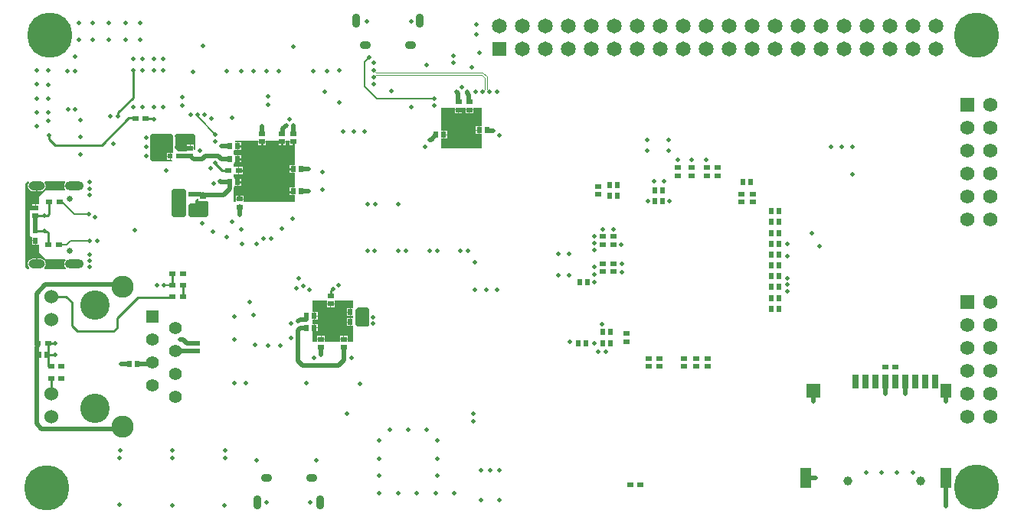
<source format=gbl>
G04*
G04 #@! TF.GenerationSoftware,Altium Limited,Altium Designer,22.9.1 (49)*
G04*
G04 Layer_Physical_Order=6*
G04 Layer_Color=16711680*
%FSLAX25Y25*%
%MOIN*%
G70*
G04*
G04 #@! TF.SameCoordinates,09DA8A7C-0E06-47C8-8122-5E973528E8BD*
G04*
G04*
G04 #@! TF.FilePolarity,Positive*
G04*
G01*
G75*
%ADD17C,0.01000*%
%ADD20R,0.02362X0.02520*%
%ADD21R,0.02520X0.02362*%
%ADD22R,0.02953X0.02362*%
%ADD27R,0.02362X0.02953*%
%ADD29R,0.02423X0.02254*%
%ADD131C,0.02559*%
%ADD135C,0.00600*%
%ADD136C,0.02000*%
%ADD141C,0.06201*%
%ADD142R,0.06201X0.06201*%
%ADD143C,0.03937*%
%ADD144C,0.19685*%
%ADD145O,0.08268X0.03937*%
%ADD146O,0.07087X0.03937*%
%ADD147O,0.04921X0.03347*%
%ADD148O,0.03543X0.06102*%
%ADD149C,0.06496*%
%ADD150R,0.06496X0.06496*%
%ADD151C,0.05504*%
%ADD152C,0.12795*%
%ADD153C,0.09626*%
%ADD154C,0.06024*%
%ADD155R,0.05504X0.05504*%
%ADD156C,0.01968*%
%ADD157R,0.04724X0.05906*%
%ADD158R,0.06299X0.05906*%
%ADD159R,0.04724X0.08661*%
%ADD160R,0.02756X0.06299*%
%ADD161C,0.01968*%
%ADD162C,0.00445*%
G36*
X199809Y215657D02*
X198795D01*
Y214047D01*
Y212437D01*
X199809D01*
Y206174D01*
X182092D01*
Y210470D01*
X183019D01*
Y212080D01*
Y213689D01*
X182092D01*
Y223890D01*
X187963D01*
Y223121D01*
X191182D01*
Y223890D01*
X192687D01*
Y223121D01*
X195907D01*
Y223890D01*
X199809D01*
Y215657D01*
D02*
G37*
G36*
X116147Y209269D02*
X117757D01*
Y209094D01*
X117932D01*
Y207562D01*
X118504D01*
Y198704D01*
X117787D01*
Y197094D01*
Y195484D01*
X118504D01*
Y189011D01*
X117731D01*
Y187401D01*
Y185792D01*
X118504D01*
Y182677D01*
X95878D01*
Y183887D01*
X94268D01*
X92658D01*
Y182677D01*
X91732D01*
Y188129D01*
X91822Y188583D01*
X91822Y188583D01*
Y189291D01*
X91969D01*
Y189729D01*
X93290D01*
Y191339D01*
Y192948D01*
X91969D01*
Y193386D01*
X91732D01*
Y194774D01*
X92170Y194926D01*
X92232Y194926D01*
X93821D01*
Y196457D01*
Y197988D01*
X92232D01*
X92170Y197988D01*
X91732Y198139D01*
Y199528D01*
X91969D01*
Y199965D01*
X93290D01*
Y201575D01*
Y203185D01*
X91969D01*
Y203622D01*
X91732D01*
Y205039D01*
X91965D01*
Y205477D01*
X93286D01*
Y207087D01*
Y208697D01*
X92319D01*
X92239Y208776D01*
X92241Y209255D01*
X92426Y209449D01*
X102368D01*
Y209269D01*
X105588D01*
Y209449D01*
X111226D01*
Y209269D01*
X114445D01*
Y209449D01*
X116147D01*
Y209269D01*
D02*
G37*
G36*
X75193Y211811D02*
Y205584D01*
X74922Y205368D01*
X74441Y205580D01*
Y206046D01*
X72831D01*
X71221D01*
Y204724D01*
X67713D01*
X66138Y206299D01*
Y207008D01*
X66220D01*
Y211102D01*
X66138D01*
Y211811D01*
X66926Y212598D01*
X74406Y212598D01*
X75193Y211811D01*
D02*
G37*
G36*
X65339Y211827D02*
X65336Y211811D01*
Y211102D01*
X65351Y211025D01*
Y207085D01*
X65336Y207008D01*
Y206299D01*
X65351Y206222D01*
Y204233D01*
X64345D01*
Y202756D01*
Y201279D01*
X64745D01*
X64952Y200779D01*
X64567Y200394D01*
X56296D01*
X55508Y201181D01*
X55508Y211811D01*
X56296Y212598D01*
X64567D01*
X65339Y211827D01*
D02*
G37*
G36*
X18519Y191232D02*
X18147Y190674D01*
X18001Y189945D01*
X22496D01*
Y189595D01*
X18001D01*
X18147Y188865D01*
X18527Y188295D01*
X18281Y187795D01*
X9843Y187795D01*
X7087Y185039D01*
Y181767D01*
X5687D01*
Y180236D01*
X5512D01*
Y180061D01*
X3902D01*
Y179134D01*
X3150D01*
Y167717D01*
X3543Y167323D01*
X3981D01*
Y166022D01*
X5512D01*
Y165847D01*
X5687D01*
Y164020D01*
X7043D01*
X7087Y163538D01*
Y160630D01*
X9843Y157874D01*
X18499D01*
X18625Y157374D01*
X18147Y156659D01*
X18001Y155929D01*
X22496D01*
Y155579D01*
X18001D01*
X18147Y154849D01*
X18659Y154083D01*
X18718Y154043D01*
X18566Y153543D01*
X9379D01*
X9227Y154043D01*
X9286Y154083D01*
X9798Y154849D01*
X9943Y155579D01*
X2135D01*
X2280Y154849D01*
X2793Y154083D01*
X2851Y154043D01*
X2700Y153543D01*
X1969D01*
X1181Y154331D01*
Y190945D01*
X1936Y191700D01*
X2437Y191655D01*
X2653Y191232D01*
X2280Y190674D01*
X2135Y189945D01*
X9943D01*
X9798Y190674D01*
X9425Y191232D01*
X9682Y191732D01*
X18263D01*
X18519Y191232D01*
D02*
G37*
G36*
X76326Y184047D02*
Y183144D01*
X80420D01*
X80567Y182705D01*
Y177001D01*
X79780Y176214D01*
X72693D01*
X71906Y177001D01*
Y181332D01*
X72693Y182119D01*
X75055D01*
Y183300D01*
X75826Y184071D01*
X76326Y184047D01*
D02*
G37*
G36*
X71088Y187661D02*
Y184142D01*
X71118D01*
Y181409D01*
X71103Y181332D01*
Y177001D01*
X71103Y177001D01*
X71105Y176988D01*
X70331Y176214D01*
X65607Y176214D01*
X64819Y177001D01*
Y187631D01*
X65607Y188418D01*
X70331D01*
X71088Y187661D01*
D02*
G37*
G36*
X143583Y136381D02*
X142656D01*
Y134771D01*
Y133162D01*
X143583D01*
Y132051D01*
X142656D01*
Y130441D01*
Y128831D01*
X143583D01*
Y121779D01*
X141256D01*
Y122707D01*
X139646D01*
X138036D01*
Y121779D01*
X131413D01*
Y122707D01*
X129804D01*
X128194D01*
Y121779D01*
X125867D01*
Y126343D01*
X126597D01*
Y127953D01*
Y129563D01*
X125867D01*
Y131461D01*
X126597D01*
Y133071D01*
Y134681D01*
X125867D01*
Y139890D01*
X132325D01*
Y138623D01*
X135544D01*
Y139890D01*
X143583D01*
Y136381D01*
D02*
G37*
G36*
X150670Y135952D02*
Y132849D01*
X150619Y132726D01*
Y132021D01*
X150670Y131897D01*
Y130256D01*
X150575Y130028D01*
Y129323D01*
X150622Y129212D01*
X149882Y128472D01*
X145552D01*
X144764Y129260D01*
Y135952D01*
X145552Y136740D01*
X149882D01*
X150670Y135952D01*
D02*
G37*
%LPC*%
G36*
X195907Y222771D02*
X194472D01*
Y221415D01*
X195907D01*
Y222771D01*
D02*
G37*
G36*
X194122D02*
X192687D01*
Y221415D01*
X194122D01*
Y222771D01*
D02*
G37*
G36*
X191182D02*
X189747D01*
Y221415D01*
X191182D01*
Y222771D01*
D02*
G37*
G36*
X189397D02*
X187963D01*
Y221415D01*
X189397D01*
Y222771D01*
D02*
G37*
G36*
X198445Y215657D02*
X197089D01*
Y214222D01*
X198445D01*
Y215657D01*
D02*
G37*
G36*
Y213872D02*
X197089D01*
Y212437D01*
X198445D01*
Y213872D01*
D02*
G37*
G36*
X184725Y213689D02*
X183370D01*
Y212255D01*
X184725D01*
Y213689D01*
D02*
G37*
G36*
Y211905D02*
X183370D01*
Y210470D01*
X184725D01*
Y211905D01*
D02*
G37*
G36*
X117582Y208919D02*
X116147D01*
Y207562D01*
X117582D01*
Y208919D01*
D02*
G37*
G36*
X114445D02*
X113011D01*
Y207562D01*
X114445D01*
Y208919D01*
D02*
G37*
G36*
X112661D02*
X111226D01*
Y207562D01*
X112661D01*
Y208919D01*
D02*
G37*
G36*
X105588D02*
X104153D01*
Y207562D01*
X105588D01*
Y208919D01*
D02*
G37*
G36*
X103803D02*
X102368D01*
Y207562D01*
X103803D01*
Y208919D01*
D02*
G37*
G36*
X94992Y208697D02*
X93636D01*
Y207262D01*
X94992D01*
Y208697D01*
D02*
G37*
G36*
Y206912D02*
X93636D01*
Y205477D01*
X94992D01*
Y206912D01*
D02*
G37*
G36*
X94996Y203185D02*
X93639D01*
Y201750D01*
X94996D01*
Y203185D01*
D02*
G37*
G36*
Y201400D02*
X93639D01*
Y199965D01*
X94996D01*
Y201400D01*
D02*
G37*
G36*
X117437Y198704D02*
X116081D01*
Y197269D01*
X117437D01*
Y198704D01*
D02*
G37*
G36*
X94171Y197988D02*
Y196632D01*
X95822D01*
Y197988D01*
X94171D01*
D02*
G37*
G36*
X117437Y196919D02*
X116081D01*
Y195484D01*
X117437D01*
Y196919D01*
D02*
G37*
G36*
X95822Y196282D02*
X94171D01*
Y194926D01*
X95822D01*
Y196282D01*
D02*
G37*
G36*
X94996Y192948D02*
X93640D01*
Y191514D01*
X94996D01*
Y192948D01*
D02*
G37*
G36*
Y191164D02*
X93640D01*
Y189729D01*
X94996D01*
Y191164D01*
D02*
G37*
G36*
X117381Y189011D02*
X116024D01*
Y187576D01*
X117381D01*
Y189011D01*
D02*
G37*
G36*
Y187226D02*
X116024D01*
Y185792D01*
X117381D01*
Y187226D01*
D02*
G37*
G36*
X95878Y185593D02*
X94443D01*
Y184237D01*
X95878D01*
Y185593D01*
D02*
G37*
G36*
X94093D02*
X92658D01*
Y184237D01*
X94093D01*
Y185593D01*
D02*
G37*
G36*
X74441Y207752D02*
X73006D01*
Y206396D01*
X74441D01*
Y207752D01*
D02*
G37*
G36*
X72656D02*
X71221D01*
Y206396D01*
X72656D01*
Y207752D01*
D02*
G37*
G36*
X63995Y204233D02*
X62608D01*
Y202931D01*
X63995D01*
Y204233D01*
D02*
G37*
G36*
Y202581D02*
X62608D01*
Y201279D01*
X63995D01*
Y202581D01*
D02*
G37*
G36*
X9943Y189595D02*
X6214D01*
Y187406D01*
X7614D01*
X8519Y187586D01*
X9286Y188098D01*
X9798Y188865D01*
X9943Y189595D01*
D02*
G37*
G36*
X5864D02*
X2135D01*
X2280Y188865D01*
X2793Y188098D01*
X3560Y187586D01*
X4464Y187406D01*
X5864D01*
Y189595D01*
D02*
G37*
G36*
X5337Y181767D02*
X3902D01*
Y180411D01*
X5337D01*
Y181767D01*
D02*
G37*
G36*
X5337Y165672D02*
X3981D01*
Y164020D01*
X5337D01*
Y165672D01*
D02*
G37*
G36*
X7614Y158118D02*
X6214D01*
Y155929D01*
X9943D01*
X9798Y156659D01*
X9286Y157425D01*
X8519Y157938D01*
X7614Y158118D01*
D02*
G37*
G36*
X5864D02*
X4464D01*
X3560Y157938D01*
X2793Y157425D01*
X2280Y156659D01*
X2135Y155929D01*
X5864D01*
Y158118D01*
D02*
G37*
G36*
X135544Y138274D02*
X134109D01*
Y136917D01*
X135544D01*
Y138274D01*
D02*
G37*
G36*
X133759D02*
X132325D01*
Y136917D01*
X133759D01*
Y138274D01*
D02*
G37*
G36*
X142306Y136381D02*
X140950D01*
Y134946D01*
X142306D01*
Y136381D01*
D02*
G37*
G36*
X128303Y134681D02*
X126947D01*
Y133246D01*
X128303D01*
Y134681D01*
D02*
G37*
G36*
X142306Y134596D02*
X140950D01*
Y133162D01*
X142306D01*
Y134596D01*
D02*
G37*
G36*
X128303Y132896D02*
X126947D01*
Y131461D01*
X128303D01*
Y132896D01*
D02*
G37*
G36*
X142306Y132051D02*
X140950D01*
Y130616D01*
X142306D01*
Y132051D01*
D02*
G37*
G36*
Y130266D02*
X140950D01*
Y128831D01*
X142306D01*
Y130266D01*
D02*
G37*
G36*
X128303Y129563D02*
X126947D01*
Y128128D01*
X128303D01*
Y129563D01*
D02*
G37*
G36*
Y127778D02*
X126947D01*
Y126343D01*
X128303D01*
Y127778D01*
D02*
G37*
G36*
X141256Y124413D02*
X139821D01*
Y123057D01*
X141256D01*
Y124413D01*
D02*
G37*
G36*
X131413D02*
X129979D01*
Y123057D01*
X131413D01*
Y124413D01*
D02*
G37*
G36*
X129629D02*
X128194D01*
Y123057D01*
X129629D01*
Y124413D01*
D02*
G37*
G36*
X139471D02*
X138036D01*
Y123057D01*
X139471D01*
Y124413D01*
D02*
G37*
%LPD*%
D17*
X47942Y228257D02*
Y240140D01*
X41339Y220079D02*
Y221654D01*
X47942Y228257D01*
X56431Y219291D02*
X56824Y218898D01*
X53937Y219291D02*
X56431D01*
X56824Y218898D02*
X57087D01*
X94181Y184149D02*
Y186921D01*
Y184149D02*
X94268Y184062D01*
X94095Y187008D02*
X94181Y186921D01*
X96457Y191339D02*
X96457Y191339D01*
X94248Y191339D02*
X96457D01*
X114170Y187402D02*
X114318Y187254D01*
X117625D01*
X112595Y205906D02*
X112715Y206026D01*
X117757Y206737D02*
Y209094D01*
X112715Y206026D02*
Y208973D01*
X103956Y205928D02*
Y209071D01*
X117073Y206053D02*
X117757Y206737D01*
X115892Y206053D02*
X117073D01*
X115745Y205906D02*
X115892Y206053D01*
X103934Y205906D02*
X103956Y205928D01*
X93550Y207234D02*
X93697Y207087D01*
X96457D01*
X103956Y209071D02*
X103978Y209094D01*
X112715Y208973D02*
X112836Y209094D01*
X114567Y197244D02*
X114642Y197169D01*
X117537D01*
X117612Y197094D01*
X93304Y196457D02*
X93996D01*
X93461Y201575D02*
X93464D01*
X93996Y196457D02*
X96358D01*
X93464Y201575D02*
X96457D01*
X83667Y199510D02*
Y199772D01*
Y199510D02*
X86720Y196457D01*
X88681D01*
X48767Y219343D02*
X49213Y218898D01*
X46115Y219343D02*
X48767D01*
X34252Y207480D02*
X46115Y219343D01*
X14173Y207480D02*
X34252D01*
X49941Y141280D02*
X65296D01*
X65354Y141339D01*
X40945Y127953D02*
Y132283D01*
X49941Y141280D01*
X64961Y151575D02*
X65059Y151476D01*
Y146457D02*
Y151476D01*
X11417Y210236D02*
X14173Y207480D01*
X69587Y146358D02*
X69685Y146457D01*
X69587Y141339D02*
Y146358D01*
X11024Y111024D02*
Y115512D01*
X10394Y116142D02*
X11056Y116804D01*
Y120997D01*
X10394Y116142D02*
X11024Y115512D01*
X11417Y210236D02*
Y211417D01*
X118527Y145276D02*
X118898D01*
X12205Y141378D02*
X18858D01*
X21260Y128740D02*
Y138976D01*
X18858Y141378D02*
X21260Y138976D01*
Y128740D02*
X23622Y126378D01*
X39370D01*
X40945Y127953D01*
X134194Y142094D02*
Y144037D01*
X135039Y144882D01*
X10630Y116142D02*
X14173D01*
X11186Y121260D02*
X14173D01*
X12205Y99213D02*
Y105217D01*
X11417Y177559D02*
Y182677D01*
X10796Y176938D02*
X11417Y177559D01*
X9449Y176772D02*
X9615Y176938D01*
X10796D01*
X5906Y177138D02*
Y177165D01*
X6272Y176772D02*
X9449D01*
X5906Y177138D02*
X6272Y176772D01*
X11024Y164567D02*
Y169308D01*
X9634Y169893D02*
X10438D01*
X11024Y169308D01*
X9449Y170079D02*
X9634Y169893D01*
X5659Y170226D02*
X9301D01*
X5512Y170374D02*
X5659Y170226D01*
X9301D02*
X9449Y170079D01*
D20*
X278504Y187795D02*
D03*
X275039D02*
D03*
Y183071D02*
D03*
X278504D02*
D03*
X329134Y164567D02*
D03*
X325669D02*
D03*
X329134Y155118D02*
D03*
X325669D02*
D03*
X329134Y136221D02*
D03*
X325669D02*
D03*
X329134Y178740D02*
D03*
X325669D02*
D03*
X313386Y191339D02*
D03*
X316850D02*
D03*
X242205Y147638D02*
D03*
X245669D02*
D03*
X258819Y190157D02*
D03*
X255354D02*
D03*
X258819Y185433D02*
D03*
X255354D02*
D03*
X325669Y150394D02*
D03*
X329134D02*
D03*
X325669Y145669D02*
D03*
X329134D02*
D03*
X252205Y125984D02*
D03*
X255669D02*
D03*
X252205Y121260D02*
D03*
X255669D02*
D03*
X245197D02*
D03*
X241732D02*
D03*
X325669Y174016D02*
D03*
X329134D02*
D03*
X325669Y169291D02*
D03*
X329134D02*
D03*
X325669Y140945D02*
D03*
X329134D02*
D03*
X325669Y159843D02*
D03*
X329134D02*
D03*
X117556Y187402D02*
D03*
X121020D02*
D03*
X90000Y201575D02*
D03*
X93464D02*
D03*
X89997Y207087D02*
D03*
X93461D02*
D03*
X90000Y191339D02*
D03*
X93464D02*
D03*
X117612Y197094D02*
D03*
X121077D02*
D03*
X64252Y209055D02*
D03*
X67716D02*
D03*
X73244Y178969D02*
D03*
X69780D02*
D03*
X179730Y212080D02*
D03*
X183194D02*
D03*
X198620Y214047D02*
D03*
X202085D02*
D03*
X145945Y130441D02*
D03*
X142481D02*
D03*
X145945Y134771D02*
D03*
X142481D02*
D03*
X123307Y133071D02*
D03*
X126772D02*
D03*
Y127953D02*
D03*
X123307D02*
D03*
X10394Y116142D02*
D03*
X6929D02*
D03*
X46236Y112155D02*
D03*
X49701D02*
D03*
D21*
X285039Y197638D02*
D03*
Y194173D02*
D03*
X302362Y197638D02*
D03*
Y194173D02*
D03*
X252362Y164173D02*
D03*
Y167638D02*
D03*
X257087Y152362D02*
D03*
Y155827D02*
D03*
X312598Y182756D02*
D03*
Y186221D02*
D03*
X317717Y182756D02*
D03*
Y186221D02*
D03*
X257087Y167638D02*
D03*
Y164173D02*
D03*
X252362Y155827D02*
D03*
Y152362D02*
D03*
X250394Y186063D02*
D03*
Y189528D02*
D03*
X287795Y114488D02*
D03*
Y111024D02*
D03*
X298031Y114488D02*
D03*
Y111024D02*
D03*
X292913Y114488D02*
D03*
Y111024D02*
D03*
X262598Y125354D02*
D03*
Y121890D02*
D03*
X272441Y114488D02*
D03*
Y111024D02*
D03*
X290945Y194173D02*
D03*
Y197638D02*
D03*
X277165Y114488D02*
D03*
Y111024D02*
D03*
X297638Y194173D02*
D03*
Y197638D02*
D03*
X94268Y184062D02*
D03*
Y180598D02*
D03*
X103978Y209094D02*
D03*
Y212558D02*
D03*
X112836Y209094D02*
D03*
Y212558D02*
D03*
X117757Y209094D02*
D03*
Y212558D02*
D03*
X72831Y202756D02*
D03*
Y206221D02*
D03*
X78373Y185112D02*
D03*
Y181648D02*
D03*
X75590Y117795D02*
D03*
Y121260D02*
D03*
X189572Y226410D02*
D03*
Y222946D02*
D03*
X194297D02*
D03*
Y226410D02*
D03*
X5512Y180236D02*
D03*
Y176772D02*
D03*
X139646Y119417D02*
D03*
Y122882D02*
D03*
X133934Y141913D02*
D03*
Y138449D02*
D03*
X129804Y119417D02*
D03*
Y122882D02*
D03*
D22*
X379823Y110630D02*
D03*
X375295D02*
D03*
X264272Y59449D02*
D03*
X268799D02*
D03*
X89468Y196457D02*
D03*
X93996D02*
D03*
X53445Y219291D02*
D03*
X48917D02*
D03*
X69587Y151575D02*
D03*
X65059D02*
D03*
X69587Y146457D02*
D03*
X65059D02*
D03*
X16831Y111024D02*
D03*
X12303D02*
D03*
X69587Y141339D02*
D03*
X65059D02*
D03*
X15945Y182677D02*
D03*
X11417D02*
D03*
X15650Y164173D02*
D03*
X11122D02*
D03*
X12303Y105905D02*
D03*
X16831D02*
D03*
X10925Y121260D02*
D03*
X6398D02*
D03*
D27*
X5512Y170374D02*
D03*
Y165847D02*
D03*
D29*
X67544Y202756D02*
D03*
X64170D02*
D03*
X73087Y186056D02*
D03*
X69712D02*
D03*
D131*
X20527Y161384D02*
D03*
Y184140D02*
D03*
D135*
X76640Y219423D02*
Y219423D01*
Y219423D02*
X83858Y212205D01*
X75984Y220866D02*
X76246Y220604D01*
Y219817D02*
Y220604D01*
Y219817D02*
X76640Y219423D01*
X148819Y243701D02*
X150787Y245669D01*
X148819Y233071D02*
Y243701D01*
Y233071D02*
X153937Y227953D01*
X179134D01*
X61417Y146457D02*
X65059D01*
X11516Y105905D02*
X12205Y105217D01*
X19128Y164173D02*
X20703Y165748D01*
X16142Y164173D02*
X19128D01*
X20703Y165748D02*
X29134D01*
X22280Y177559D02*
X28740D01*
X17162Y182677D02*
X22280Y177559D01*
D136*
X401575Y50000D02*
X401665Y50090D01*
Y62602D01*
X340641D02*
X344879D01*
X344882Y62598D01*
X177572Y209842D02*
X179730Y212001D01*
X177165Y209842D02*
X177572D01*
X344094Y95669D02*
Y100307D01*
X344184Y100397D01*
X401575Y95669D02*
Y100307D01*
X401665Y100397D01*
X71331Y121260D02*
X75590D01*
X68504Y122835D02*
X69756D01*
X71331Y121260D01*
X121020Y187402D02*
X124292D01*
X124350Y187344D01*
X86216Y207253D02*
X86382Y207087D01*
X89815D01*
X89815Y207087D02*
X89997D01*
X89815Y207087D02*
X89815Y207087D01*
X72829Y202837D02*
X74225Y201441D01*
X67544Y202756D02*
X72812D01*
X113075Y214653D02*
X114564Y216142D01*
X112680Y212598D02*
X113075Y212994D01*
X117657Y216084D02*
X117757Y215983D01*
Y212558D02*
Y215983D01*
X113075Y212994D02*
Y214653D01*
X89819Y191339D02*
X89819Y191339D01*
X79461Y185827D02*
X87244D01*
X78205Y186056D02*
X78267Y186118D01*
X73087Y186056D02*
X77530D01*
X78454Y185875D02*
X79413D01*
X78373Y181648D02*
X78373Y181648D01*
X79413Y185875D02*
X79461Y185827D01*
X74225Y201441D02*
X77937D01*
X84903Y202756D02*
X86268Y201392D01*
X86314Y201438D02*
X86451Y201575D01*
X79252Y202756D02*
X84903D01*
X77937Y201441D02*
X79252Y202756D01*
X86451Y201575D02*
X90000D01*
X85812Y191735D02*
X86209Y191339D01*
X89819D01*
X87244Y185827D02*
X90000Y188583D01*
Y191339D01*
X375287Y99247D02*
Y104334D01*
X383948Y99292D02*
Y104334D01*
Y99292D02*
X383971Y99269D01*
X75585Y117801D02*
X75590Y117795D01*
X67126Y117801D02*
X75585D01*
X119685Y113386D02*
X121653Y111417D01*
X119685Y126772D02*
X120606Y127693D01*
X119685Y113386D02*
Y126772D01*
X120606Y127693D02*
X123228D01*
X123488Y127953D01*
X119685Y130709D02*
X120598Y131622D01*
X123504D01*
X121653Y111417D02*
X137402D01*
X139764Y113779D01*
Y119299D01*
X189313Y226591D02*
Y229979D01*
X188583Y230709D02*
X189313Y229979D01*
Y226591D02*
X189494Y226410D01*
X189572D01*
X193307Y230126D02*
Y230709D01*
Y230126D02*
X194037Y229396D01*
Y226591D02*
Y229396D01*
X146126Y134511D02*
Y134771D01*
X202266Y213787D02*
X204555D01*
X202085Y214047D02*
X202266Y213866D01*
Y213787D02*
Y213866D01*
X204555Y213787D02*
X204642Y213700D01*
X7979Y83902D02*
X42602D01*
X43504Y84803D01*
X42602Y146689D02*
X43504Y145787D01*
X9681Y146689D02*
X42602D01*
X5906Y142913D02*
X9681Y146689D01*
X5906Y85975D02*
X7979Y83902D01*
X5906Y85975D02*
Y119513D01*
X129804Y116268D02*
Y119417D01*
X5906Y122219D02*
Y142913D01*
X6315Y119923D02*
Y120866D01*
Y121809D01*
X5906Y119513D02*
X6315Y119923D01*
X5906Y122219D02*
X6315Y121809D01*
X194218Y226410D02*
X194297D01*
X194037Y226591D02*
X194218Y226410D01*
X145945Y130441D02*
Y130519D01*
X146126Y130701D01*
X49713Y112143D02*
X55830D01*
X49701Y112155D02*
X49713Y112143D01*
X42850Y112155D02*
X46236D01*
X55830Y112143D02*
X55843Y112155D01*
X66294Y117130D02*
X66419Y117005D01*
D141*
X420866Y175197D02*
D03*
X410866D02*
D03*
X420866Y185197D02*
D03*
X410866D02*
D03*
X420866Y195197D02*
D03*
X410866D02*
D03*
X420866Y205197D02*
D03*
X410866D02*
D03*
X420866Y215197D02*
D03*
X410866D02*
D03*
X420866Y225197D02*
D03*
Y88976D02*
D03*
X410866D02*
D03*
X420866Y98976D02*
D03*
X410866D02*
D03*
X420866Y108976D02*
D03*
X410866D02*
D03*
X420866Y118976D02*
D03*
X410866D02*
D03*
X420866Y128976D02*
D03*
X410866D02*
D03*
X420866Y138976D02*
D03*
D142*
X410866Y225197D02*
D03*
Y138976D02*
D03*
D143*
X359145Y61027D02*
D03*
X390641D02*
D03*
D144*
X415161Y58518D02*
D03*
X414961Y255512D02*
D03*
X11667Y255312D02*
D03*
X10486Y58068D02*
D03*
D145*
X22496Y189770D02*
D03*
Y155754D02*
D03*
D146*
X6039Y189770D02*
D03*
Y155754D02*
D03*
D147*
X105883Y62406D02*
D03*
X125568D02*
D03*
X168644Y250989D02*
D03*
X148959D02*
D03*
D148*
X101946Y51737D02*
D03*
X129466D02*
D03*
X172581Y261658D02*
D03*
X145061D02*
D03*
D149*
X397244Y259606D02*
D03*
Y249606D02*
D03*
X387244Y259606D02*
D03*
Y249606D02*
D03*
X377244Y259606D02*
D03*
Y249606D02*
D03*
X367244Y259606D02*
D03*
Y249606D02*
D03*
X357244Y259606D02*
D03*
Y249606D02*
D03*
X347244Y259606D02*
D03*
Y249606D02*
D03*
X337244Y259606D02*
D03*
Y249606D02*
D03*
X327244Y259606D02*
D03*
Y249606D02*
D03*
X317244Y259606D02*
D03*
Y249606D02*
D03*
X307244Y259606D02*
D03*
Y249606D02*
D03*
X297244Y259606D02*
D03*
Y249606D02*
D03*
X287244Y259606D02*
D03*
Y249606D02*
D03*
X277244Y259606D02*
D03*
Y249606D02*
D03*
X267244Y259606D02*
D03*
Y249606D02*
D03*
X257244Y259606D02*
D03*
Y249606D02*
D03*
X247244Y259606D02*
D03*
Y249606D02*
D03*
X237244Y259606D02*
D03*
Y249606D02*
D03*
X227244Y259606D02*
D03*
Y249606D02*
D03*
X217244Y259606D02*
D03*
Y249606D02*
D03*
X207244Y259606D02*
D03*
D150*
Y249606D02*
D03*
D151*
X66496Y117815D02*
D03*
Y97815D02*
D03*
X56496Y102815D02*
D03*
X66496Y107815D02*
D03*
X56496Y112815D02*
D03*
Y122815D02*
D03*
X66496Y127815D02*
D03*
D152*
X31496Y137795D02*
D03*
Y92795D02*
D03*
D153*
X43504Y84803D02*
D03*
Y145787D02*
D03*
D154*
X12205Y99213D02*
D03*
Y89213D02*
D03*
Y131378D02*
D03*
Y141378D02*
D03*
D155*
X56496Y132815D02*
D03*
D156*
X198786Y247723D02*
D03*
X251969Y129528D02*
D03*
X250394Y117323D02*
D03*
X248819Y121260D02*
D03*
X253543Y117323D02*
D03*
X252362Y170866D02*
D03*
X257087D02*
D03*
X260630Y155905D02*
D03*
X281102Y209842D02*
D03*
Y205118D02*
D03*
X271654Y209842D02*
D03*
Y205118D02*
D03*
X279134Y191732D02*
D03*
X274803D02*
D03*
X281496Y183071D02*
D03*
X272047D02*
D03*
X297244Y201181D02*
D03*
X260236Y164173D02*
D03*
X248819Y161811D02*
D03*
Y164961D02*
D03*
Y167717D02*
D03*
X260630Y151969D02*
D03*
X248819Y154331D02*
D03*
Y151181D02*
D03*
X233071Y150787D02*
D03*
X237795D02*
D03*
X238189Y121653D02*
D03*
X332677Y146850D02*
D03*
X332714Y149530D02*
D03*
X332677Y143701D02*
D03*
X332714Y158979D02*
D03*
Y164491D02*
D03*
X346850Y163386D02*
D03*
X343307Y169291D02*
D03*
X233071Y160236D02*
D03*
X206299Y144488D02*
D03*
X201575D02*
D03*
X196732Y156327D02*
D03*
X196850Y144488D02*
D03*
X248819Y147638D02*
D03*
X237795Y160236D02*
D03*
X290945Y201181D02*
D03*
X285039D02*
D03*
X401575Y50000D02*
D03*
X344882Y62598D02*
D03*
X380315Y64961D02*
D03*
X387402D02*
D03*
X373622D02*
D03*
X366929D02*
D03*
X139370Y213386D02*
D03*
X144095D02*
D03*
X148819D02*
D03*
X137795Y225984D02*
D03*
X168898Y224016D02*
D03*
X177165Y209842D02*
D03*
X361142Y194854D02*
D03*
X361024Y206693D02*
D03*
X356299D02*
D03*
X351575D02*
D03*
X344094Y95669D02*
D03*
X401575D02*
D03*
X68504Y122835D02*
D03*
X74017Y239432D02*
D03*
X78347Y250787D02*
D03*
X132285Y239826D02*
D03*
X111419D02*
D03*
X117717Y250394D02*
D03*
X126378Y239764D02*
D03*
X137795Y240158D02*
D03*
X105905Y239764D02*
D03*
X88583Y239764D02*
D03*
X94882Y239764D02*
D03*
X100394D02*
D03*
X57087Y218898D02*
D03*
X48031Y224016D02*
D03*
X95276Y164567D02*
D03*
X94260Y176980D02*
D03*
X112598Y171260D02*
D03*
X94882Y170866D02*
D03*
X104724Y166929D02*
D03*
X101585Y164566D02*
D03*
X90945Y174016D02*
D03*
X82677Y169685D02*
D03*
X88583Y167323D02*
D03*
X77953Y173622D02*
D03*
X107874Y166929D02*
D03*
X117323Y175591D02*
D03*
X53543Y210630D02*
D03*
X57087D02*
D03*
X53543Y202756D02*
D03*
X57087D02*
D03*
X53543Y206693D02*
D03*
X57087D02*
D03*
X96457Y191339D02*
D03*
X112595Y205906D02*
D03*
X94095Y187008D02*
D03*
X130315Y195669D02*
D03*
X103934Y185039D02*
D03*
X114567Y197244D02*
D03*
X105508Y196063D02*
D03*
X124405Y196985D02*
D03*
X96457Y207087D02*
D03*
X115745Y205906D02*
D03*
X114170Y187402D02*
D03*
X130355Y188172D02*
D03*
X103934Y205906D02*
D03*
X96457Y201575D02*
D03*
X124406Y187303D02*
D03*
X106771Y225197D02*
D03*
X131496Y230709D02*
D03*
X116134Y218839D02*
D03*
X117713Y216142D02*
D03*
X114564D02*
D03*
X106693Y228740D02*
D03*
X103999Y215821D02*
D03*
X75984Y220866D02*
D03*
X81890Y219291D02*
D03*
X69291Y228346D02*
D03*
Y224803D02*
D03*
X79134Y220866D02*
D03*
X73017Y220788D02*
D03*
X90932Y219301D02*
D03*
X86216Y207253D02*
D03*
X86268Y201392D02*
D03*
X72835Y210630D02*
D03*
X66394Y178969D02*
D03*
Y182513D02*
D03*
X78740Y178110D02*
D03*
X83858Y212205D02*
D03*
X83845Y209065D02*
D03*
X83667Y199772D02*
D03*
X85812Y191735D02*
D03*
X77123Y205081D02*
D03*
X62205Y196457D02*
D03*
X66394Y186056D02*
D03*
X81680Y197566D02*
D03*
X83006Y190652D02*
D03*
X375287Y99247D02*
D03*
X383971Y99269D02*
D03*
X116535Y129921D02*
D03*
X140945Y90551D02*
D03*
X116535Y123622D02*
D03*
X163287Y55905D02*
D03*
X167717Y83465D02*
D03*
X155118Y63386D02*
D03*
Y78740D02*
D03*
Y70866D02*
D03*
Y55905D02*
D03*
X159843Y83465D02*
D03*
X171457Y55905D02*
D03*
X207371Y52909D02*
D03*
Y65902D02*
D03*
X195954Y90311D02*
D03*
X180315Y70866D02*
D03*
Y78740D02*
D03*
X195954Y87161D02*
D03*
X175591Y83465D02*
D03*
X199497Y52909D02*
D03*
X179626Y55905D02*
D03*
X187795D02*
D03*
X180315Y63386D02*
D03*
X199462Y65806D02*
D03*
X203434Y65902D02*
D03*
X146850Y103543D02*
D03*
X134826Y130764D02*
D03*
X130495Y126433D02*
D03*
Y130764D02*
D03*
Y135094D02*
D03*
X134826Y126433D02*
D03*
Y135094D02*
D03*
X139156Y126433D02*
D03*
Y130764D02*
D03*
Y135094D02*
D03*
X25197Y211146D02*
D03*
X119685Y126772D02*
D03*
Y130709D02*
D03*
X126772Y114961D02*
D03*
X88189Y74410D02*
D03*
X92126Y132835D02*
D03*
X100394Y133465D02*
D03*
X188583Y230709D02*
D03*
X193307D02*
D03*
X196926Y230728D02*
D03*
X190945Y232677D02*
D03*
X200000Y230709D02*
D03*
X202969D02*
D03*
X206299D02*
D03*
X150787Y245669D02*
D03*
X122047Y146063D02*
D03*
X98721Y139170D02*
D03*
X39315Y208232D02*
D03*
X25197Y203543D02*
D03*
X38109Y220079D02*
D03*
X41339Y220079D02*
D03*
X47942Y240140D02*
D03*
X118898Y145276D02*
D03*
X195276Y241406D02*
D03*
X152756Y234130D02*
D03*
Y240158D02*
D03*
Y237098D02*
D03*
X179134Y227953D02*
D03*
Y224803D02*
D03*
X152756Y243307D02*
D03*
X160236Y231102D02*
D03*
X175591Y242520D02*
D03*
X50981Y260630D02*
D03*
Y253543D02*
D03*
X190945Y218898D02*
D03*
Y214961D02*
D03*
Y211024D02*
D03*
X194882Y218898D02*
D03*
Y214961D02*
D03*
Y211024D02*
D03*
X187008Y218898D02*
D03*
Y214961D02*
D03*
Y211024D02*
D03*
X61417Y146457D02*
D03*
X58268D02*
D03*
X135039Y144882D02*
D03*
X137522Y146537D02*
D03*
X42232Y74536D02*
D03*
X65066D02*
D03*
X64961Y71260D02*
D03*
X42126D02*
D03*
X88189Y71260D02*
D03*
X87795Y50394D02*
D03*
X65104Y50472D02*
D03*
X42126Y50866D02*
D03*
X123228Y103642D02*
D03*
X120177Y149606D02*
D03*
X14173Y116142D02*
D03*
Y121260D02*
D03*
X204642Y213700D02*
D03*
X124803Y144488D02*
D03*
X139764Y116142D02*
D03*
X142873Y114920D02*
D03*
X175197Y206693D02*
D03*
X197244Y255906D02*
D03*
Y260236D02*
D03*
X11024Y218110D02*
D03*
Y221811D02*
D03*
X11417Y211811D02*
D03*
X48819Y170473D02*
D03*
X92005Y103637D02*
D03*
X129804Y116268D02*
D03*
X97123Y103637D02*
D03*
X9449Y176772D02*
D03*
X207406Y211737D02*
D03*
X29134Y191339D02*
D03*
Y154331D02*
D03*
X9449Y170079D02*
D03*
X32283Y165748D02*
D03*
X28740Y177559D02*
D03*
X29134Y157087D02*
D03*
Y159843D02*
D03*
Y185827D02*
D03*
X31496Y175984D02*
D03*
X29134Y188583D02*
D03*
X61024Y224016D02*
D03*
X11024Y227874D02*
D03*
Y233937D02*
D03*
X57087Y224016D02*
D03*
X101698Y69978D02*
D03*
X127582Y70271D02*
D03*
X92126Y122835D02*
D03*
X57087Y245276D02*
D03*
X57083Y240158D02*
D03*
X51968Y245276D02*
D03*
X48028Y245276D02*
D03*
X44682Y253543D02*
D03*
Y260630D02*
D03*
X37497D02*
D03*
Y253543D02*
D03*
X30312D02*
D03*
Y260630D02*
D03*
X24409Y260630D02*
D03*
Y253543D02*
D03*
X22835Y246063D02*
D03*
X61020Y240158D02*
D03*
X51879Y240140D02*
D03*
X51968Y224016D02*
D03*
X25197Y218504D02*
D03*
X22831Y239764D02*
D03*
Y223228D02*
D03*
X19682D02*
D03*
X19288Y239764D02*
D03*
X11024Y240000D02*
D03*
X5906Y227949D02*
D03*
Y215748D02*
D03*
Y240150D02*
D03*
Y234050D02*
D03*
X61024Y245276D02*
D03*
X5906Y221849D02*
D03*
X187274Y246583D02*
D03*
Y243433D02*
D03*
X190468Y161462D02*
D03*
X180315Y161417D02*
D03*
X193701Y161417D02*
D03*
X150000D02*
D03*
X153150D02*
D03*
X163386D02*
D03*
X166619Y161372D02*
D03*
X177165Y161417D02*
D03*
X42850Y112155D02*
D03*
X149293Y130071D02*
D03*
X152347Y129676D02*
D03*
X112087Y120204D02*
D03*
X101181Y120473D02*
D03*
X106749Y120211D02*
D03*
X152390Y132373D02*
D03*
X149293Y132702D02*
D03*
X29134Y165748D02*
D03*
X105883Y51776D02*
D03*
X125174D02*
D03*
X168928Y261367D02*
D03*
X149636D02*
D03*
X153382Y181907D02*
D03*
X150000Y181890D02*
D03*
X163386D02*
D03*
D157*
X401665Y100397D02*
D03*
D158*
X344184D02*
D03*
D159*
X340641Y62602D02*
D03*
X401665D02*
D03*
D160*
X396940Y104334D02*
D03*
X362295D02*
D03*
X366625D02*
D03*
X370956D02*
D03*
X375287D02*
D03*
X379618D02*
D03*
X383948D02*
D03*
X388279D02*
D03*
X392610D02*
D03*
D161*
X94260Y176980D02*
Y180756D01*
X103978Y212558D02*
X103988Y212569D01*
Y215810D02*
X103999Y215821D01*
X103988Y212569D02*
Y215810D01*
X121274Y197051D02*
X124339D01*
X121231Y197094D02*
X121274Y197051D01*
X121077Y197094D02*
X121231D01*
X124339Y197051D02*
X124405Y196985D01*
X5512Y170374D02*
Y176772D01*
D162*
X200000Y230861D02*
X200913Y231774D01*
X202055D02*
Y237315D01*
X202969Y230709D02*
Y230861D01*
X200000Y230709D02*
Y230861D01*
X202055Y231774D02*
X202969Y230861D01*
X199698Y238057D02*
X200913Y236842D01*
Y231774D02*
Y236842D01*
X153776Y238057D02*
X199698D01*
X200171Y239199D02*
X202055Y237315D01*
X153776Y239199D02*
X200171D01*
X152756Y237098D02*
X152818D01*
Y240158D02*
X153776Y239199D01*
X152756Y240158D02*
X152818D01*
Y237098D02*
X153776Y238057D01*
M02*

</source>
